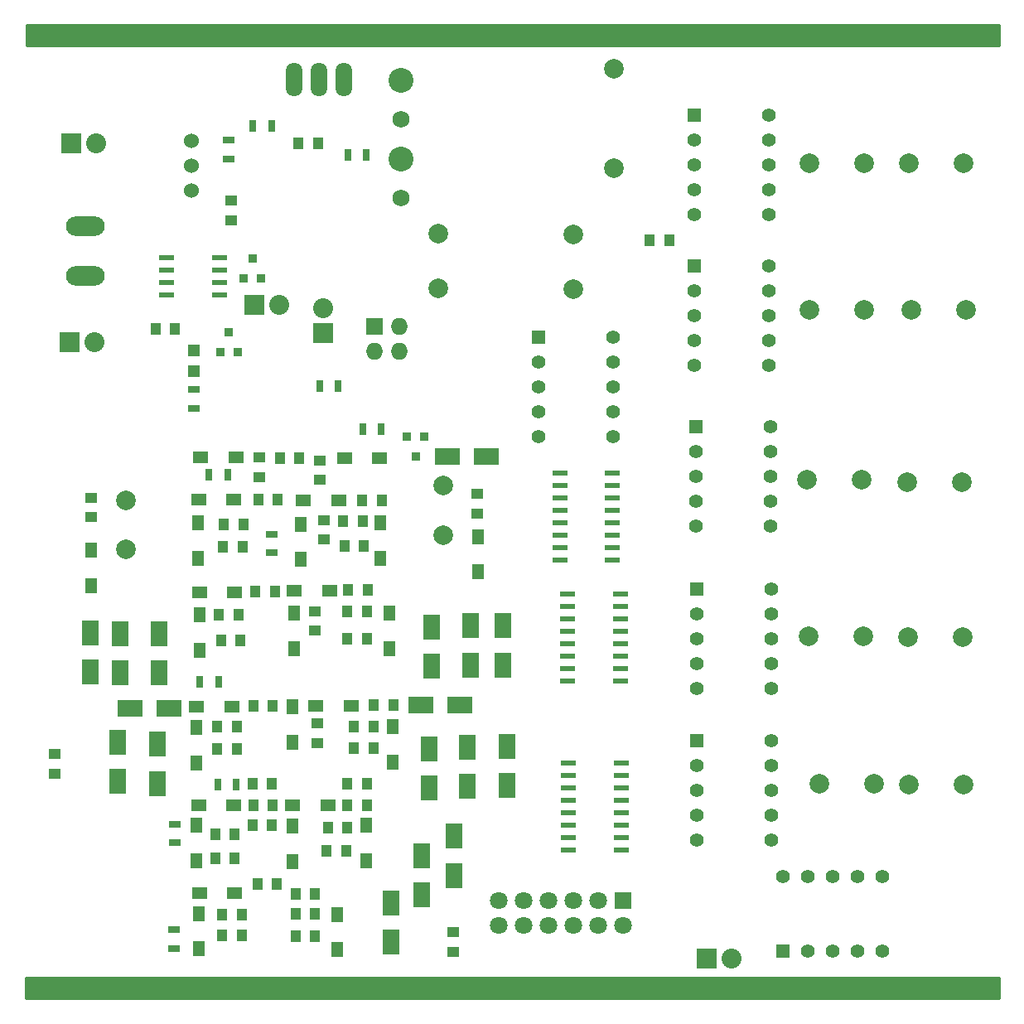
<source format=gts>
%FSLAX46Y46*%
G04 Gerber Fmt 4.6, Leading zero omitted, Abs format (unit mm)*
G04 Created by KiCad (PCBNEW (2014-10-27 BZR 5228)-product) date 23/02/2015 12:19:06*
%MOMM*%
G01*
G04 APERTURE LIST*
%ADD10C,0.100000*%
%ADD11R,1.800860X2.499360*%
%ADD12R,2.499360X1.800860*%
%ADD13C,1.998980*%
%ADD14R,2.032000X2.032000*%
%ADD15O,2.032000X2.032000*%
%ADD16O,1.699260X3.500120*%
%ADD17R,1.727200X1.727200*%
%ADD18O,1.727200X1.727200*%
%ADD19C,1.524000*%
%ADD20R,1.550000X0.600000*%
%ADD21C,2.540000*%
%ADD22C,1.727200*%
%ADD23R,1.397000X1.397000*%
%ADD24C,1.397000*%
%ADD25R,1.000000X1.250000*%
%ADD26R,1.250000X1.000000*%
%ADD27R,1.198880X1.600200*%
%ADD28R,1.600200X1.198880*%
%ADD29R,0.700000X1.300000*%
%ADD30R,1.300000X0.700000*%
%ADD31R,1.800000X1.800000*%
%ADD32C,1.800000*%
%ADD33R,0.914400X0.914400*%
%ADD34R,1.500000X0.600000*%
%ADD35O,3.962400X1.981200*%
%ADD36R,1.198880X1.198880*%
%ADD37C,0.254000*%
G04 APERTURE END LIST*
D10*
D11*
X109900000Y-116498980D03*
X109900000Y-112501020D03*
X113900000Y-116498980D03*
X113900000Y-112501020D03*
D12*
X110901020Y-120100000D03*
X114898980Y-120100000D03*
D11*
X113700000Y-123801020D03*
X113700000Y-127798980D03*
X109600000Y-123601020D03*
X109600000Y-127598980D03*
X145400000Y-124101020D03*
X145400000Y-128098980D03*
X145700000Y-115698980D03*
X145700000Y-111701020D03*
X141700000Y-115798980D03*
X141700000Y-111801020D03*
D12*
X144598980Y-119800000D03*
X140601020Y-119800000D03*
D11*
X141500000Y-124301020D03*
X141500000Y-128298980D03*
D13*
X160375600Y-64919860D03*
X160375600Y-54759860D03*
X142392400Y-77228700D03*
X142392400Y-71640700D03*
X156197300Y-77292200D03*
X156197300Y-71704200D03*
X196092000Y-64396000D03*
X190504000Y-64396000D03*
X196292000Y-79396000D03*
X190704000Y-79396000D03*
X195892000Y-96996000D03*
X190304000Y-96996000D03*
X181308000Y-127804000D03*
X186896000Y-127804000D03*
X195992000Y-112896000D03*
X190404000Y-112896000D03*
X185892000Y-64396000D03*
X180304000Y-64396000D03*
X185892000Y-79396000D03*
X180304000Y-79396000D03*
X185692000Y-96796000D03*
X180104000Y-96796000D03*
X196092000Y-127896000D03*
X190504000Y-127896000D03*
X185792000Y-112796000D03*
X180204000Y-112796000D03*
D14*
X130644900Y-81788000D03*
D15*
X130644900Y-79248000D03*
D14*
X123630000Y-78900000D03*
D15*
X126170000Y-78900000D03*
D14*
X104930000Y-62400000D03*
D15*
X107470000Y-62400000D03*
D14*
X104730000Y-82700000D03*
D15*
X107270000Y-82700000D03*
D16*
X130200000Y-55900000D03*
X132740000Y-55900000D03*
X127660000Y-55900000D03*
D13*
X110500000Y-98900640D03*
X110500000Y-103901900D03*
X142900000Y-102399360D03*
X142900000Y-97398100D03*
D17*
X135902700Y-81140300D03*
D18*
X135902700Y-83680300D03*
X138442700Y-81140300D03*
X138442700Y-83680300D03*
D19*
X117170200Y-64668400D03*
X117170200Y-62128400D03*
X117170200Y-67208400D03*
D20*
X114635300Y-74091800D03*
X114635300Y-75361800D03*
X114635300Y-76631800D03*
X114635300Y-77901800D03*
X120035300Y-77901800D03*
X120035300Y-76631800D03*
X120035300Y-75361800D03*
X120035300Y-74091800D03*
D21*
X138582400Y-55976000D03*
D22*
X138582400Y-59976000D03*
D21*
X138582400Y-63976000D03*
D22*
X138582400Y-67976000D03*
D23*
X152603200Y-82207100D03*
D24*
X152603200Y-84747100D03*
X152603200Y-87287100D03*
X152603200Y-89827100D03*
X152603200Y-92367100D03*
X160223200Y-92367100D03*
X160223200Y-89827100D03*
X160223200Y-87287100D03*
X160223200Y-84747100D03*
X160223200Y-82207100D03*
D23*
X168590000Y-59520000D03*
D24*
X168590000Y-62060000D03*
X168590000Y-64600000D03*
X168590000Y-67140000D03*
X168590000Y-69680000D03*
X176210000Y-69680000D03*
X176210000Y-67140000D03*
X176210000Y-64600000D03*
X176210000Y-62060000D03*
X176210000Y-59520000D03*
D23*
X168590000Y-74920000D03*
D24*
X168590000Y-77460000D03*
X168590000Y-80000000D03*
X168590000Y-82540000D03*
X168590000Y-85080000D03*
X176210000Y-85080000D03*
X176210000Y-82540000D03*
X176210000Y-80000000D03*
X176210000Y-77460000D03*
X176210000Y-74920000D03*
D23*
X168690000Y-91320000D03*
D24*
X168690000Y-93860000D03*
X168690000Y-96400000D03*
X168690000Y-98940000D03*
X168690000Y-101480000D03*
X176310000Y-101480000D03*
X176310000Y-98940000D03*
X176310000Y-96400000D03*
X176310000Y-93860000D03*
X176310000Y-91320000D03*
D23*
X168790000Y-107920000D03*
D24*
X168790000Y-110460000D03*
X168790000Y-113000000D03*
X168790000Y-115540000D03*
X168790000Y-118080000D03*
X176410000Y-118080000D03*
X176410000Y-115540000D03*
X176410000Y-113000000D03*
X176410000Y-110460000D03*
X176410000Y-107920000D03*
D23*
X168790000Y-123420000D03*
D24*
X168790000Y-125960000D03*
X168790000Y-128500000D03*
X168790000Y-131040000D03*
X168790000Y-133580000D03*
X176410000Y-133580000D03*
X176410000Y-131040000D03*
X176410000Y-128500000D03*
X176410000Y-125960000D03*
X176410000Y-123420000D03*
D25*
X113500000Y-81400000D03*
X115500000Y-81400000D03*
D26*
X121196100Y-68227700D03*
X121196100Y-70227700D03*
D25*
X130100000Y-62400000D03*
X128100000Y-62400000D03*
D26*
X106900000Y-100600000D03*
X106900000Y-98600000D03*
D25*
X120400000Y-103600000D03*
X122400000Y-103600000D03*
X120200000Y-113200000D03*
X122200000Y-113200000D03*
X135800000Y-124200000D03*
X133800000Y-124200000D03*
X119600000Y-135500000D03*
X121600000Y-135500000D03*
X120300000Y-143300000D03*
X122300000Y-143300000D03*
X120500000Y-101300000D03*
X122500000Y-101300000D03*
X120000000Y-110600000D03*
X122000000Y-110600000D03*
X119800000Y-122000000D03*
X121800000Y-122000000D03*
X119600000Y-133000000D03*
X121600000Y-133000000D03*
X120300000Y-141200000D03*
X122300000Y-141200000D03*
X126000000Y-98800000D03*
X124000000Y-98800000D03*
X125700000Y-108200000D03*
X123700000Y-108200000D03*
X125500000Y-119900000D03*
X123500000Y-119900000D03*
X125500000Y-130000000D03*
X123500000Y-130000000D03*
X129800000Y-139100000D03*
X127800000Y-139100000D03*
X129800000Y-143400000D03*
X127800000Y-143400000D03*
D26*
X130700000Y-100900000D03*
X130700000Y-102900000D03*
X129800000Y-110200000D03*
X129800000Y-112200000D03*
X130000000Y-121700000D03*
X130000000Y-123700000D03*
D25*
X125400000Y-132100000D03*
X123400000Y-132100000D03*
X129800000Y-141100000D03*
X127800000Y-141100000D03*
X136600000Y-98900000D03*
X134600000Y-98900000D03*
X135200000Y-108000000D03*
X133200000Y-108000000D03*
X137800000Y-119800000D03*
X135800000Y-119800000D03*
X135100000Y-127800000D03*
X133100000Y-127800000D03*
X134800000Y-103500000D03*
X132800000Y-103500000D03*
X135100000Y-113000000D03*
X133100000Y-113000000D03*
X119800000Y-124300000D03*
X121800000Y-124300000D03*
X133000000Y-134700000D03*
X131000000Y-134700000D03*
X134700000Y-101000000D03*
X132700000Y-101000000D03*
X135100000Y-110200000D03*
X133100000Y-110200000D03*
X135800000Y-122000000D03*
X133800000Y-122000000D03*
X133100000Y-132300000D03*
X131100000Y-132300000D03*
D26*
X146400000Y-98200000D03*
X146400000Y-100200000D03*
D25*
X125400000Y-127800000D03*
X123400000Y-127800000D03*
X135100000Y-130000000D03*
X133100000Y-130000000D03*
D27*
X106900000Y-103999140D03*
X106900000Y-107600860D03*
X117800000Y-101199140D03*
X117800000Y-104800860D03*
X118000000Y-110599140D03*
X118000000Y-114200860D03*
X117700000Y-122099140D03*
X117700000Y-125700860D03*
X117700000Y-132099140D03*
X117700000Y-135700860D03*
X117900000Y-141099140D03*
X117900000Y-144700860D03*
D28*
X117899140Y-98800000D03*
X121500860Y-98800000D03*
X117999140Y-108300000D03*
X121600860Y-108300000D03*
X117699140Y-120000000D03*
X121300860Y-120000000D03*
X117899140Y-130000000D03*
X121500860Y-130000000D03*
X117999140Y-139000000D03*
X121600860Y-139000000D03*
D27*
X128300000Y-101299140D03*
X128300000Y-104900860D03*
X127700000Y-110399140D03*
X127700000Y-114000860D03*
X127500000Y-119999140D03*
X127500000Y-123600860D03*
X127500000Y-132199140D03*
X127500000Y-135800860D03*
X132100000Y-141199140D03*
X132100000Y-144800860D03*
D28*
X128599140Y-98900000D03*
X132200860Y-98900000D03*
X127699140Y-108100000D03*
X131300860Y-108100000D03*
X129899140Y-119900000D03*
X133500860Y-119900000D03*
X127499140Y-130000000D03*
X131100860Y-130000000D03*
D27*
X136500000Y-101199140D03*
X136500000Y-104800860D03*
X137400000Y-110399140D03*
X137400000Y-114000860D03*
X137700000Y-121999140D03*
X137700000Y-125600860D03*
X135000000Y-132099140D03*
X135000000Y-135700860D03*
X146500000Y-102599140D03*
X146500000Y-106200860D03*
D29*
X125350000Y-60600000D03*
X123450000Y-60600000D03*
D30*
X120967500Y-62067400D03*
X120967500Y-63967400D03*
D29*
X135050000Y-63600000D03*
X133150000Y-63600000D03*
D30*
X115400000Y-144650000D03*
X115400000Y-142750000D03*
X115500000Y-133850000D03*
X115500000Y-131950000D03*
D29*
X121750000Y-127900000D03*
X119850000Y-127900000D03*
X119950000Y-117400000D03*
X118050000Y-117400000D03*
D30*
X125400000Y-104250000D03*
X125400000Y-102350000D03*
D25*
X166000000Y-72300000D03*
X164000000Y-72300000D03*
D23*
X177620000Y-144910000D03*
D24*
X180160000Y-144910000D03*
X182700000Y-144910000D03*
X185240000Y-144910000D03*
X187780000Y-144910000D03*
X187780000Y-137290000D03*
X185240000Y-137290000D03*
X182700000Y-137290000D03*
X180160000Y-137290000D03*
X177620000Y-137290000D03*
D31*
X161300000Y-139800000D03*
D32*
X158760000Y-139800000D03*
X156220000Y-139800000D03*
X153680000Y-139800000D03*
X151140000Y-139800000D03*
X148600000Y-139800000D03*
X161300000Y-142340000D03*
X158760000Y-142340000D03*
X156220000Y-142340000D03*
X153680000Y-142340000D03*
X151140000Y-142340000D03*
X148600000Y-142340000D03*
D25*
X128200000Y-94600000D03*
X126200000Y-94600000D03*
D26*
X124100000Y-94500000D03*
X124100000Y-96500000D03*
X130300000Y-94800000D03*
X130300000Y-96800000D03*
D11*
X137600000Y-140001020D03*
X137600000Y-143998980D03*
X140700000Y-139198980D03*
X140700000Y-135201020D03*
X144000000Y-137198980D03*
X144000000Y-133201020D03*
X149400000Y-127998980D03*
X149400000Y-124001020D03*
D12*
X147298980Y-94400000D03*
X143301020Y-94400000D03*
D11*
X106800000Y-116398980D03*
X106800000Y-112401020D03*
X149000000Y-115698980D03*
X149000000Y-111701020D03*
D28*
X118099140Y-94500000D03*
X121700860Y-94500000D03*
X136400860Y-94600000D03*
X132799140Y-94600000D03*
D33*
X124289000Y-76216000D03*
X122511000Y-76216000D03*
X123400000Y-74184000D03*
X139211000Y-92384000D03*
X140989000Y-92384000D03*
X140100000Y-94416000D03*
D29*
X136550000Y-91600000D03*
X134650000Y-91600000D03*
X120850000Y-96300000D03*
X118950000Y-96300000D03*
D34*
X155700000Y-125755000D03*
X155700000Y-127025000D03*
X155700000Y-128295000D03*
X155700000Y-129565000D03*
X155700000Y-130835000D03*
X155700000Y-132105000D03*
X155700000Y-133375000D03*
X155700000Y-134645000D03*
X161100000Y-134645000D03*
X161100000Y-133375000D03*
X161100000Y-132105000D03*
X161100000Y-130835000D03*
X161100000Y-129565000D03*
X161100000Y-128295000D03*
X161100000Y-127025000D03*
X161100000Y-125755000D03*
X160200000Y-104945000D03*
X160200000Y-103675000D03*
X160200000Y-102405000D03*
X160200000Y-101135000D03*
X160200000Y-99865000D03*
X160200000Y-98595000D03*
X160200000Y-97325000D03*
X160200000Y-96055000D03*
X154800000Y-96055000D03*
X154800000Y-97325000D03*
X154800000Y-98595000D03*
X154800000Y-99865000D03*
X154800000Y-101135000D03*
X154800000Y-102405000D03*
X154800000Y-103675000D03*
X154800000Y-104945000D03*
X161000000Y-117345000D03*
X161000000Y-116075000D03*
X161000000Y-114805000D03*
X161000000Y-113535000D03*
X161000000Y-112265000D03*
X161000000Y-110995000D03*
X161000000Y-109725000D03*
X161000000Y-108455000D03*
X155600000Y-108455000D03*
X155600000Y-109725000D03*
X155600000Y-110995000D03*
X155600000Y-112265000D03*
X155600000Y-113535000D03*
X155600000Y-114805000D03*
X155600000Y-116075000D03*
X155600000Y-117345000D03*
D25*
X125900000Y-138100000D03*
X123900000Y-138100000D03*
D26*
X103200000Y-126800000D03*
X103200000Y-124800000D03*
X143900000Y-145000000D03*
X143900000Y-143000000D03*
D35*
X106300000Y-75900000D03*
X106300000Y-70900000D03*
D14*
X169830000Y-145700000D03*
D15*
X172370000Y-145700000D03*
D33*
X121889000Y-83716000D03*
X120111000Y-83716000D03*
X121000000Y-81684000D03*
D29*
X130250000Y-87200000D03*
X132150000Y-87200000D03*
D36*
X117400000Y-85649020D03*
X117400000Y-83550980D03*
D30*
X117400000Y-89450000D03*
X117400000Y-87550000D03*
D37*
G36*
X199673000Y-52373000D02*
X190000000Y-52373000D01*
X146400000Y-52373000D01*
X100327000Y-52373000D01*
X100327000Y-50327000D01*
X146400000Y-50327000D01*
X199673000Y-50327000D01*
X199673000Y-52373000D01*
X199673000Y-52373000D01*
G37*
X199673000Y-52373000D02*
X190000000Y-52373000D01*
X146400000Y-52373000D01*
X100327000Y-52373000D01*
X100327000Y-50327000D01*
X146400000Y-50327000D01*
X199673000Y-50327000D01*
X199673000Y-52373000D01*
G36*
X199673000Y-149773000D02*
X100227000Y-149773000D01*
X100227000Y-147627000D01*
X199673000Y-147627000D01*
X199673000Y-149773000D01*
X199673000Y-149773000D01*
G37*
X199673000Y-149773000D02*
X100227000Y-149773000D01*
X100227000Y-147627000D01*
X199673000Y-147627000D01*
X199673000Y-149773000D01*
M02*

</source>
